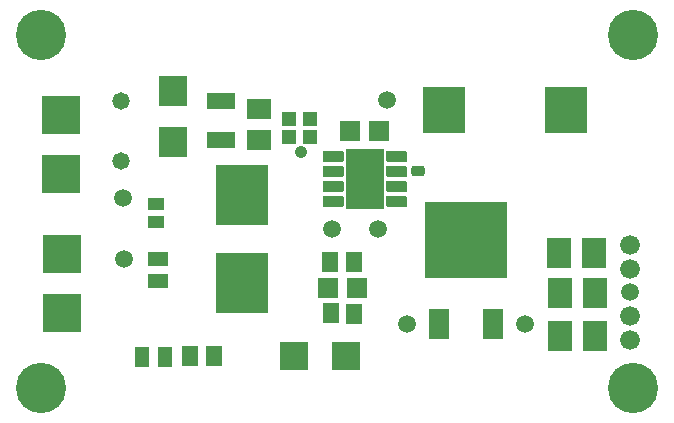
<source format=gts>
G04 DesignSpark PCB Gerber Version 12.0 Build 5942*
%FSLAX35Y35*%
%MOMM*%
%ADD128R,1.15400X1.65400*%
%ADD113R,1.45400X1.77800*%
%ADD115R,1.77800X2.53400*%
%ADD112R,2.00400X2.50400*%
%ADD121R,2.40400X2.55400*%
%ADD119R,3.20400X5.15400*%
%ADD117R,3.60400X3.85400*%
%ADD123R,4.40400X5.08000*%
%ADD111R,3.25400X3.25400*%
%ADD86C,0.02540*%
%ADD109C,1.05400*%
%ADD107C,1.06680*%
%ADD122C,1.47100*%
%ADD126C,1.49400*%
%ADD105C,1.67640*%
%ADD108C,1.77800*%
%ADD118R,1.80400X0.85400*%
%ADD130R,1.45400X1.10400*%
%ADD125R,1.23400X1.17400*%
%ADD127R,1.67400X1.25400*%
%ADD120R,2.45400X1.35400*%
%ADD114R,1.72720X1.67640*%
%ADD124R,2.07400X1.69400*%
%ADD129R,2.45400X2.40400*%
%AMT106*0 Rounded Rectangle Pad at angle 90*4,1,36,0.55200,-0.26440,0.55200,0.26440,0.54860,0.29850,0.53870,0.33120,0.52260,0.36140,0.50090,0.38790,0.47440,0.40960,0.44420,0.42570,0.41140,0.43560,0.37740,0.43900,-0.37740,0.43900,-0.41150,0.43560,-0.44420,0.42570,-0.47440,0.40960,-0.50090,0.38790,-0.52260,0.36140,-0.53870,0.33120,-0.54860,0.29840,-0.55200,0.26440,-0.55200,-0.26440,-0.54860,-0.29850,-0.53870,-0.33120,-0.52260,-0.36140,-0.50090,-0.38790,-0.47440,-0.40960,-0.44420,-0.42570,-0.41140,-0.43560,-0.37740,-0.43900,0.37740,-0.43900,0.41150,-0.43560,0.44420,-0.42570,0.47440,-0.40960,0.50090,-0.38790,0.52260,-0.36140,0.53870,-0.33120,0.54860,-0.29840,0.55200,-0.26440,0*%
%ADD106T106*%
%ADD110C,4.25400*%
%ADD116R,6.99400X6.48400*%
X0Y0D02*
D02*
D86*
X45738000Y45767500D02*
X45578000D01*
X45577700Y45767600D01*
X45577500D01*
X45577200Y45767700D01*
X45577000D01*
X45576700Y45767800D01*
X45576500Y45767900D01*
X45576200Y45768000D01*
X45576000Y45768200D01*
X45575800Y45768300D01*
X45575600Y45768500D01*
X45575400Y45768600D01*
X45574600Y45769400D01*
X45574500Y45769600D01*
X45574300Y45769800D01*
X45574200Y45770000D01*
X45574000Y45770200D01*
X45573900Y45770500D01*
X45573800Y45770700D01*
X45573700Y45771000D01*
Y45771200D01*
X45573600Y45771500D01*
Y45771700D01*
X45573500Y45772000D01*
Y45837000D01*
X45573600Y45837300D01*
Y45837500D01*
X45573700Y45837800D01*
Y45838000D01*
X45573800Y45838300D01*
X45573900Y45838500D01*
X45574000Y45838800D01*
X45574200Y45839000D01*
X45574300Y45839200D01*
X45574500Y45839400D01*
X45574600Y45839600D01*
X45575400Y45840400D01*
X45575600Y45840500D01*
X45575800Y45840700D01*
X45576000Y45840800D01*
X45576200Y45841000D01*
X45576500Y45841100D01*
X45576700Y45841200D01*
X45577000Y45841300D01*
X45577200D01*
X45577500Y45841400D01*
X45577700D01*
X45578000Y45841500D01*
X45738000D01*
X45738300Y45841400D01*
X45738500D01*
X45738800Y45841300D01*
X45739000D01*
X45739300Y45841200D01*
X45739500Y45841100D01*
X45739800Y45841000D01*
X45740000Y45840800D01*
X45740200Y45840700D01*
X45740400Y45840500D01*
X45740600Y45840400D01*
X45741400Y45839600D01*
X45741500Y45839400D01*
X45741700Y45839200D01*
X45741800Y45839000D01*
X45742000Y45838800D01*
X45742100Y45838500D01*
X45742200Y45838300D01*
X45742300Y45838000D01*
Y45837800D01*
X45742400Y45837500D01*
Y45837300D01*
X45742500Y45837000D01*
Y45772000D01*
X45742400Y45771700D01*
Y45771500D01*
X45742300Y45771200D01*
Y45771000D01*
X45742200Y45770700D01*
X45742100Y45770500D01*
X45742000Y45770200D01*
X45741800Y45770000D01*
X45741700Y45769800D01*
X45741500Y45769600D01*
X45741400Y45769400D01*
X45740600Y45768600D01*
X45740400Y45768500D01*
X45740200Y45768300D01*
X45740000Y45768200D01*
X45739800Y45768000D01*
X45739500Y45767900D01*
X45739300Y45767800D01*
X45739000Y45767700D01*
X45738800D01*
X45738500Y45767600D01*
X45738300D01*
X45738000Y45767500D01*
G36*
X45738000Y45767500D02*
X45578000D01*
X45577700Y45767600D01*
X45577500D01*
X45577200Y45767700D01*
X45577000D01*
X45576700Y45767800D01*
X45576500Y45767900D01*
X45576200Y45768000D01*
X45576000Y45768200D01*
X45575800Y45768300D01*
X45575600Y45768500D01*
X45575400Y45768600D01*
X45574600Y45769400D01*
X45574500Y45769600D01*
X45574300Y45769800D01*
X45574200Y45770000D01*
X45574000Y45770200D01*
X45573900Y45770500D01*
X45573800Y45770700D01*
X45573700Y45771000D01*
Y45771200D01*
X45573600Y45771500D01*
Y45771700D01*
X45573500Y45772000D01*
Y45837000D01*
X45573600Y45837300D01*
Y45837500D01*
X45573700Y45837800D01*
Y45838000D01*
X45573800Y45838300D01*
X45573900Y45838500D01*
X45574000Y45838800D01*
X45574200Y45839000D01*
X45574300Y45839200D01*
X45574500Y45839400D01*
X45574600Y45839600D01*
X45575400Y45840400D01*
X45575600Y45840500D01*
X45575800Y45840700D01*
X45576000Y45840800D01*
X45576200Y45841000D01*
X45576500Y45841100D01*
X45576700Y45841200D01*
X45577000Y45841300D01*
X45577200D01*
X45577500Y45841400D01*
X45577700D01*
X45578000Y45841500D01*
X45738000D01*
X45738300Y45841400D01*
X45738500D01*
X45738800Y45841300D01*
X45739000D01*
X45739300Y45841200D01*
X45739500Y45841100D01*
X45739800Y45841000D01*
X45740000Y45840800D01*
X45740200Y45840700D01*
X45740400Y45840500D01*
X45740600Y45840400D01*
X45741400Y45839600D01*
X45741500Y45839400D01*
X45741700Y45839200D01*
X45741800Y45839000D01*
X45742000Y45838800D01*
X45742100Y45838500D01*
X45742200Y45838300D01*
X45742300Y45838000D01*
Y45837800D01*
X45742400Y45837500D01*
Y45837300D01*
X45742500Y45837000D01*
Y45772000D01*
X45742400Y45771700D01*
Y45771500D01*
X45742300Y45771200D01*
Y45771000D01*
X45742200Y45770700D01*
X45742100Y45770500D01*
X45742000Y45770200D01*
X45741800Y45770000D01*
X45741700Y45769800D01*
X45741500Y45769600D01*
X45741400Y45769400D01*
X45740600Y45768600D01*
X45740400Y45768500D01*
X45740200Y45768300D01*
X45740000Y45768200D01*
X45739800Y45768000D01*
X45739500Y45767900D01*
X45739300Y45767800D01*
X45739000Y45767700D01*
X45738800D01*
X45738500Y45767600D01*
X45738300D01*
X45738000Y45767500D01*
G37*
Y45894500D02*
X45578000D01*
X45577700Y45894600D01*
X45577500D01*
X45577200Y45894700D01*
X45577000D01*
X45576700Y45894800D01*
X45576500Y45894900D01*
X45576200Y45895000D01*
X45576000Y45895200D01*
X45575800Y45895300D01*
X45575600Y45895500D01*
X45575400Y45895600D01*
X45574600Y45896400D01*
X45574500Y45896600D01*
X45574300Y45896800D01*
X45574200Y45897000D01*
X45574000Y45897200D01*
X45573900Y45897500D01*
X45573800Y45897700D01*
X45573700Y45898000D01*
Y45898200D01*
X45573600Y45898500D01*
Y45898700D01*
X45573500Y45899000D01*
Y45964000D01*
X45573600Y45964300D01*
Y45964500D01*
X45573700Y45964800D01*
Y45965000D01*
X45573800Y45965300D01*
X45573900Y45965500D01*
X45574000Y45965800D01*
X45574200Y45966000D01*
X45574300Y45966200D01*
X45574500Y45966400D01*
X45574600Y45966600D01*
X45575400Y45967400D01*
X45575600Y45967500D01*
X45575800Y45967700D01*
X45576000Y45967800D01*
X45576200Y45968000D01*
X45576500Y45968100D01*
X45576700Y45968200D01*
X45577000Y45968300D01*
X45577200D01*
X45577500Y45968400D01*
X45577700D01*
X45578000Y45968500D01*
X45738000D01*
X45738300Y45968400D01*
X45738500D01*
X45738800Y45968300D01*
X45739000D01*
X45739300Y45968200D01*
X45739500Y45968100D01*
X45739800Y45968000D01*
X45740000Y45967800D01*
X45740200Y45967700D01*
X45740400Y45967500D01*
X45740600Y45967400D01*
X45741400Y45966600D01*
X45741500Y45966400D01*
X45741700Y45966200D01*
X45741800Y45966000D01*
X45742000Y45965800D01*
X45742100Y45965500D01*
X45742200Y45965300D01*
X45742300Y45965000D01*
Y45964800D01*
X45742400Y45964500D01*
Y45964300D01*
X45742500Y45964000D01*
Y45899000D01*
X45742400Y45898700D01*
Y45898500D01*
X45742300Y45898200D01*
Y45898000D01*
X45742200Y45897700D01*
X45742100Y45897500D01*
X45742000Y45897200D01*
X45741800Y45897000D01*
X45741700Y45896800D01*
X45741500Y45896600D01*
X45741400Y45896400D01*
X45740600Y45895600D01*
X45740400Y45895500D01*
X45740200Y45895300D01*
X45740000Y45895200D01*
X45739800Y45895000D01*
X45739500Y45894900D01*
X45739300Y45894800D01*
X45739000Y45894700D01*
X45738800D01*
X45738500Y45894600D01*
X45738300D01*
X45738000Y45894500D01*
G36*
X45738000Y45894500D02*
X45578000D01*
X45577700Y45894600D01*
X45577500D01*
X45577200Y45894700D01*
X45577000D01*
X45576700Y45894800D01*
X45576500Y45894900D01*
X45576200Y45895000D01*
X45576000Y45895200D01*
X45575800Y45895300D01*
X45575600Y45895500D01*
X45575400Y45895600D01*
X45574600Y45896400D01*
X45574500Y45896600D01*
X45574300Y45896800D01*
X45574200Y45897000D01*
X45574000Y45897200D01*
X45573900Y45897500D01*
X45573800Y45897700D01*
X45573700Y45898000D01*
Y45898200D01*
X45573600Y45898500D01*
Y45898700D01*
X45573500Y45899000D01*
Y45964000D01*
X45573600Y45964300D01*
Y45964500D01*
X45573700Y45964800D01*
Y45965000D01*
X45573800Y45965300D01*
X45573900Y45965500D01*
X45574000Y45965800D01*
X45574200Y45966000D01*
X45574300Y45966200D01*
X45574500Y45966400D01*
X45574600Y45966600D01*
X45575400Y45967400D01*
X45575600Y45967500D01*
X45575800Y45967700D01*
X45576000Y45967800D01*
X45576200Y45968000D01*
X45576500Y45968100D01*
X45576700Y45968200D01*
X45577000Y45968300D01*
X45577200D01*
X45577500Y45968400D01*
X45577700D01*
X45578000Y45968500D01*
X45738000D01*
X45738300Y45968400D01*
X45738500D01*
X45738800Y45968300D01*
X45739000D01*
X45739300Y45968200D01*
X45739500Y45968100D01*
X45739800Y45968000D01*
X45740000Y45967800D01*
X45740200Y45967700D01*
X45740400Y45967500D01*
X45740600Y45967400D01*
X45741400Y45966600D01*
X45741500Y45966400D01*
X45741700Y45966200D01*
X45741800Y45966000D01*
X45742000Y45965800D01*
X45742100Y45965500D01*
X45742200Y45965300D01*
X45742300Y45965000D01*
Y45964800D01*
X45742400Y45964500D01*
Y45964300D01*
X45742500Y45964000D01*
Y45899000D01*
X45742400Y45898700D01*
Y45898500D01*
X45742300Y45898200D01*
Y45898000D01*
X45742200Y45897700D01*
X45742100Y45897500D01*
X45742000Y45897200D01*
X45741800Y45897000D01*
X45741700Y45896800D01*
X45741500Y45896600D01*
X45741400Y45896400D01*
X45740600Y45895600D01*
X45740400Y45895500D01*
X45740200Y45895300D01*
X45740000Y45895200D01*
X45739800Y45895000D01*
X45739500Y45894900D01*
X45739300Y45894800D01*
X45739000Y45894700D01*
X45738800D01*
X45738500Y45894600D01*
X45738300D01*
X45738000Y45894500D01*
G37*
Y46021500D02*
X45578000D01*
X45577700Y46021600D01*
X45577500D01*
X45577200Y46021700D01*
X45577000D01*
X45576700Y46021800D01*
X45576500Y46021900D01*
X45576200Y46022000D01*
X45576000Y46022200D01*
X45575800Y46022300D01*
X45575600Y46022500D01*
X45575400Y46022600D01*
X45574600Y46023400D01*
X45574500Y46023600D01*
X45574300Y46023800D01*
X45574200Y46024000D01*
X45574000Y46024200D01*
X45573900Y46024500D01*
X45573800Y46024700D01*
X45573700Y46025000D01*
Y46025200D01*
X45573600Y46025500D01*
Y46025700D01*
X45573500Y46026000D01*
Y46091000D01*
X45573600Y46091300D01*
Y46091500D01*
X45573700Y46091800D01*
Y46092000D01*
X45573800Y46092300D01*
X45573900Y46092500D01*
X45574000Y46092800D01*
X45574200Y46093000D01*
X45574300Y46093200D01*
X45574500Y46093400D01*
X45574600Y46093600D01*
X45575400Y46094400D01*
X45575600Y46094500D01*
X45575800Y46094700D01*
X45576000Y46094800D01*
X45576200Y46095000D01*
X45576500Y46095100D01*
X45576700Y46095200D01*
X45577000Y46095300D01*
X45577200D01*
X45577500Y46095400D01*
X45577700D01*
X45578000Y46095500D01*
X45738000D01*
X45738300Y46095400D01*
X45738500D01*
X45738800Y46095300D01*
X45739000D01*
X45739300Y46095200D01*
X45739500Y46095100D01*
X45739800Y46095000D01*
X45740000Y46094800D01*
X45740200Y46094700D01*
X45740400Y46094500D01*
X45740600Y46094400D01*
X45741400Y46093600D01*
X45741500Y46093400D01*
X45741700Y46093200D01*
X45741800Y46093000D01*
X45742000Y46092800D01*
X45742100Y46092500D01*
X45742200Y46092300D01*
X45742300Y46092000D01*
Y46091800D01*
X45742400Y46091500D01*
Y46091300D01*
X45742500Y46091000D01*
Y46026000D01*
X45742400Y46025700D01*
Y46025500D01*
X45742300Y46025200D01*
Y46025000D01*
X45742200Y46024700D01*
X45742100Y46024500D01*
X45742000Y46024200D01*
X45741800Y46024000D01*
X45741700Y46023800D01*
X45741500Y46023600D01*
X45741400Y46023400D01*
X45740600Y46022600D01*
X45740400Y46022500D01*
X45740200Y46022300D01*
X45740000Y46022200D01*
X45739800Y46022000D01*
X45739500Y46021900D01*
X45739300Y46021800D01*
X45739000Y46021700D01*
X45738800D01*
X45738500Y46021600D01*
X45738300D01*
X45738000Y46021500D01*
G36*
X45738000Y46021500D02*
X45578000D01*
X45577700Y46021600D01*
X45577500D01*
X45577200Y46021700D01*
X45577000D01*
X45576700Y46021800D01*
X45576500Y46021900D01*
X45576200Y46022000D01*
X45576000Y46022200D01*
X45575800Y46022300D01*
X45575600Y46022500D01*
X45575400Y46022600D01*
X45574600Y46023400D01*
X45574500Y46023600D01*
X45574300Y46023800D01*
X45574200Y46024000D01*
X45574000Y46024200D01*
X45573900Y46024500D01*
X45573800Y46024700D01*
X45573700Y46025000D01*
Y46025200D01*
X45573600Y46025500D01*
Y46025700D01*
X45573500Y46026000D01*
Y46091000D01*
X45573600Y46091300D01*
Y46091500D01*
X45573700Y46091800D01*
Y46092000D01*
X45573800Y46092300D01*
X45573900Y46092500D01*
X45574000Y46092800D01*
X45574200Y46093000D01*
X45574300Y46093200D01*
X45574500Y46093400D01*
X45574600Y46093600D01*
X45575400Y46094400D01*
X45575600Y46094500D01*
X45575800Y46094700D01*
X45576000Y46094800D01*
X45576200Y46095000D01*
X45576500Y46095100D01*
X45576700Y46095200D01*
X45577000Y46095300D01*
X45577200D01*
X45577500Y46095400D01*
X45577700D01*
X45578000Y46095500D01*
X45738000D01*
X45738300Y46095400D01*
X45738500D01*
X45738800Y46095300D01*
X45739000D01*
X45739300Y46095200D01*
X45739500Y46095100D01*
X45739800Y46095000D01*
X45740000Y46094800D01*
X45740200Y46094700D01*
X45740400Y46094500D01*
X45740600Y46094400D01*
X45741400Y46093600D01*
X45741500Y46093400D01*
X45741700Y46093200D01*
X45741800Y46093000D01*
X45742000Y46092800D01*
X45742100Y46092500D01*
X45742200Y46092300D01*
X45742300Y46092000D01*
Y46091800D01*
X45742400Y46091500D01*
Y46091300D01*
X45742500Y46091000D01*
Y46026000D01*
X45742400Y46025700D01*
Y46025500D01*
X45742300Y46025200D01*
Y46025000D01*
X45742200Y46024700D01*
X45742100Y46024500D01*
X45742000Y46024200D01*
X45741800Y46024000D01*
X45741700Y46023800D01*
X45741500Y46023600D01*
X45741400Y46023400D01*
X45740600Y46022600D01*
X45740400Y46022500D01*
X45740200Y46022300D01*
X45740000Y46022200D01*
X45739800Y46022000D01*
X45739500Y46021900D01*
X45739300Y46021800D01*
X45739000Y46021700D01*
X45738800D01*
X45738500Y46021600D01*
X45738300D01*
X45738000Y46021500D01*
G37*
Y46148500D02*
X45578000D01*
X45577700Y46148600D01*
X45577500D01*
X45577200Y46148700D01*
X45577000D01*
X45576700Y46148800D01*
X45576500Y46148900D01*
X45576200Y46149000D01*
X45576000Y46149200D01*
X45575800Y46149300D01*
X45575600Y46149500D01*
X45575400Y46149600D01*
X45574600Y46150400D01*
X45574500Y46150600D01*
X45574300Y46150800D01*
X45574200Y46151000D01*
X45574000Y46151200D01*
X45573900Y46151500D01*
X45573800Y46151700D01*
X45573700Y46152000D01*
Y46152200D01*
X45573600Y46152500D01*
Y46152700D01*
X45573500Y46153000D01*
Y46218000D01*
X45573600Y46218300D01*
Y46218500D01*
X45573700Y46218800D01*
Y46219000D01*
X45573800Y46219300D01*
X45573900Y46219500D01*
X45574000Y46219800D01*
X45574200Y46220000D01*
X45574300Y46220200D01*
X45574500Y46220400D01*
X45574600Y46220600D01*
X45575400Y46221400D01*
X45575600Y46221500D01*
X45575800Y46221700D01*
X45576000Y46221800D01*
X45576200Y46222000D01*
X45576500Y46222100D01*
X45576700Y46222200D01*
X45577000Y46222300D01*
X45577200D01*
X45577500Y46222400D01*
X45577700D01*
X45578000Y46222500D01*
X45738000D01*
X45738300Y46222400D01*
X45738500D01*
X45738800Y46222300D01*
X45739000D01*
X45739300Y46222200D01*
X45739500Y46222100D01*
X45739800Y46222000D01*
X45740000Y46221800D01*
X45740200Y46221700D01*
X45740400Y46221500D01*
X45740600Y46221400D01*
X45741400Y46220600D01*
X45741500Y46220400D01*
X45741700Y46220200D01*
X45741800Y46220000D01*
X45742000Y46219800D01*
X45742100Y46219500D01*
X45742200Y46219300D01*
X45742300Y46219000D01*
Y46218800D01*
X45742400Y46218500D01*
Y46218300D01*
X45742500Y46218000D01*
Y46153000D01*
X45742400Y46152700D01*
Y46152500D01*
X45742300Y46152200D01*
Y46152000D01*
X45742200Y46151700D01*
X45742100Y46151500D01*
X45742000Y46151200D01*
X45741800Y46151000D01*
X45741700Y46150800D01*
X45741500Y46150600D01*
X45741400Y46150400D01*
X45740600Y46149600D01*
X45740400Y46149500D01*
X45740200Y46149300D01*
X45740000Y46149200D01*
X45739800Y46149000D01*
X45739500Y46148900D01*
X45739300Y46148800D01*
X45739000Y46148700D01*
X45738800D01*
X45738500Y46148600D01*
X45738300D01*
X45738000Y46148500D01*
G36*
X45738000Y46148500D02*
X45578000D01*
X45577700Y46148600D01*
X45577500D01*
X45577200Y46148700D01*
X45577000D01*
X45576700Y46148800D01*
X45576500Y46148900D01*
X45576200Y46149000D01*
X45576000Y46149200D01*
X45575800Y46149300D01*
X45575600Y46149500D01*
X45575400Y46149600D01*
X45574600Y46150400D01*
X45574500Y46150600D01*
X45574300Y46150800D01*
X45574200Y46151000D01*
X45574000Y46151200D01*
X45573900Y46151500D01*
X45573800Y46151700D01*
X45573700Y46152000D01*
Y46152200D01*
X45573600Y46152500D01*
Y46152700D01*
X45573500Y46153000D01*
Y46218000D01*
X45573600Y46218300D01*
Y46218500D01*
X45573700Y46218800D01*
Y46219000D01*
X45573800Y46219300D01*
X45573900Y46219500D01*
X45574000Y46219800D01*
X45574200Y46220000D01*
X45574300Y46220200D01*
X45574500Y46220400D01*
X45574600Y46220600D01*
X45575400Y46221400D01*
X45575600Y46221500D01*
X45575800Y46221700D01*
X45576000Y46221800D01*
X45576200Y46222000D01*
X45576500Y46222100D01*
X45576700Y46222200D01*
X45577000Y46222300D01*
X45577200D01*
X45577500Y46222400D01*
X45577700D01*
X45578000Y46222500D01*
X45738000D01*
X45738300Y46222400D01*
X45738500D01*
X45738800Y46222300D01*
X45739000D01*
X45739300Y46222200D01*
X45739500Y46222100D01*
X45739800Y46222000D01*
X45740000Y46221800D01*
X45740200Y46221700D01*
X45740400Y46221500D01*
X45740600Y46221400D01*
X45741400Y46220600D01*
X45741500Y46220400D01*
X45741700Y46220200D01*
X45741800Y46220000D01*
X45742000Y46219800D01*
X45742100Y46219500D01*
X45742200Y46219300D01*
X45742300Y46219000D01*
Y46218800D01*
X45742400Y46218500D01*
Y46218300D01*
X45742500Y46218000D01*
Y46153000D01*
X45742400Y46152700D01*
Y46152500D01*
X45742300Y46152200D01*
Y46152000D01*
X45742200Y46151700D01*
X45742100Y46151500D01*
X45742000Y46151200D01*
X45741800Y46151000D01*
X45741700Y46150800D01*
X45741500Y46150600D01*
X45741400Y46150400D01*
X45740600Y46149600D01*
X45740400Y46149500D01*
X45740200Y46149300D01*
X45740000Y46149200D01*
X45739800Y46149000D01*
X45739500Y46148900D01*
X45739300Y46148800D01*
X45739000Y46148700D01*
X45738800D01*
X45738500Y46148600D01*
X45738300D01*
X45738000Y46148500D01*
G37*
X45798000Y46150000D02*
X46058000D01*
Y45840000D01*
X45798000D01*
Y46150000D01*
G36*
X45798000Y46150000D02*
X46058000D01*
Y45840000D01*
X45798000D01*
Y46150000D01*
G37*
X46278000Y45767500D02*
X46118000D01*
X46117700Y45767600D01*
X46117500D01*
X46117200Y45767700D01*
X46117000D01*
X46116700Y45767800D01*
X46116500Y45767900D01*
X46116200Y45768000D01*
X46116000Y45768200D01*
X46115800Y45768300D01*
X46115600Y45768500D01*
X46115400Y45768600D01*
X46114600Y45769400D01*
X46114500Y45769600D01*
X46114300Y45769800D01*
X46114200Y45770000D01*
X46114000Y45770200D01*
X46113900Y45770500D01*
X46113800Y45770700D01*
X46113700Y45771000D01*
Y45771200D01*
X46113600Y45771500D01*
Y45771700D01*
X46113500Y45772000D01*
Y45837000D01*
X46113600Y45837300D01*
Y45837500D01*
X46113700Y45837800D01*
Y45838000D01*
X46113800Y45838300D01*
X46113900Y45838500D01*
X46114000Y45838800D01*
X46114200Y45839000D01*
X46114300Y45839200D01*
X46114500Y45839400D01*
X46114600Y45839600D01*
X46115400Y45840400D01*
X46115600Y45840500D01*
X46115800Y45840700D01*
X46116000Y45840800D01*
X46116200Y45841000D01*
X46116500Y45841100D01*
X46116700Y45841200D01*
X46117000Y45841300D01*
X46117200D01*
X46117500Y45841400D01*
X46117700D01*
X46118000Y45841500D01*
X46278000D01*
X46278300Y45841400D01*
X46278500D01*
X46278800Y45841300D01*
X46279000D01*
X46279300Y45841200D01*
X46279500Y45841100D01*
X46279800Y45841000D01*
X46280000Y45840800D01*
X46280200Y45840700D01*
X46280400Y45840500D01*
X46280600Y45840400D01*
X46281400Y45839600D01*
X46281500Y45839400D01*
X46281700Y45839200D01*
X46281800Y45839000D01*
X46282000Y45838800D01*
X46282100Y45838500D01*
X46282200Y45838300D01*
X46282300Y45838000D01*
Y45837800D01*
X46282400Y45837500D01*
Y45837300D01*
X46282500Y45837000D01*
Y45772000D01*
X46282400Y45771700D01*
Y45771500D01*
X46282300Y45771200D01*
Y45771000D01*
X46282200Y45770700D01*
X46282100Y45770500D01*
X46282000Y45770200D01*
X46281800Y45770000D01*
X46281700Y45769800D01*
X46281500Y45769600D01*
X46281400Y45769400D01*
X46280600Y45768600D01*
X46280400Y45768500D01*
X46280200Y45768300D01*
X46280000Y45768200D01*
X46279800Y45768000D01*
X46279500Y45767900D01*
X46279300Y45767800D01*
X46279000Y45767700D01*
X46278800D01*
X46278500Y45767600D01*
X46278300D01*
X46278000Y45767500D01*
G36*
X46278000Y45767500D02*
X46118000D01*
X46117700Y45767600D01*
X46117500D01*
X46117200Y45767700D01*
X46117000D01*
X46116700Y45767800D01*
X46116500Y45767900D01*
X46116200Y45768000D01*
X46116000Y45768200D01*
X46115800Y45768300D01*
X46115600Y45768500D01*
X46115400Y45768600D01*
X46114600Y45769400D01*
X46114500Y45769600D01*
X46114300Y45769800D01*
X46114200Y45770000D01*
X46114000Y45770200D01*
X46113900Y45770500D01*
X46113800Y45770700D01*
X46113700Y45771000D01*
Y45771200D01*
X46113600Y45771500D01*
Y45771700D01*
X46113500Y45772000D01*
Y45837000D01*
X46113600Y45837300D01*
Y45837500D01*
X46113700Y45837800D01*
Y45838000D01*
X46113800Y45838300D01*
X46113900Y45838500D01*
X46114000Y45838800D01*
X46114200Y45839000D01*
X46114300Y45839200D01*
X46114500Y45839400D01*
X46114600Y45839600D01*
X46115400Y45840400D01*
X46115600Y45840500D01*
X46115800Y45840700D01*
X46116000Y45840800D01*
X46116200Y45841000D01*
X46116500Y45841100D01*
X46116700Y45841200D01*
X46117000Y45841300D01*
X46117200D01*
X46117500Y45841400D01*
X46117700D01*
X46118000Y45841500D01*
X46278000D01*
X46278300Y45841400D01*
X46278500D01*
X46278800Y45841300D01*
X46279000D01*
X46279300Y45841200D01*
X46279500Y45841100D01*
X46279800Y45841000D01*
X46280000Y45840800D01*
X46280200Y45840700D01*
X46280400Y45840500D01*
X46280600Y45840400D01*
X46281400Y45839600D01*
X46281500Y45839400D01*
X46281700Y45839200D01*
X46281800Y45839000D01*
X46282000Y45838800D01*
X46282100Y45838500D01*
X46282200Y45838300D01*
X46282300Y45838000D01*
Y45837800D01*
X46282400Y45837500D01*
Y45837300D01*
X46282500Y45837000D01*
Y45772000D01*
X46282400Y45771700D01*
Y45771500D01*
X46282300Y45771200D01*
Y45771000D01*
X46282200Y45770700D01*
X46282100Y45770500D01*
X46282000Y45770200D01*
X46281800Y45770000D01*
X46281700Y45769800D01*
X46281500Y45769600D01*
X46281400Y45769400D01*
X46280600Y45768600D01*
X46280400Y45768500D01*
X46280200Y45768300D01*
X46280000Y45768200D01*
X46279800Y45768000D01*
X46279500Y45767900D01*
X46279300Y45767800D01*
X46279000Y45767700D01*
X46278800D01*
X46278500Y45767600D01*
X46278300D01*
X46278000Y45767500D01*
G37*
Y45894500D02*
X46118000D01*
X46117700Y45894600D01*
X46117500D01*
X46117200Y45894700D01*
X46117000D01*
X46116700Y45894800D01*
X46116500Y45894900D01*
X46116200Y45895000D01*
X46116000Y45895200D01*
X46115800Y45895300D01*
X46115600Y45895500D01*
X46115400Y45895600D01*
X46114600Y45896400D01*
X46114500Y45896600D01*
X46114300Y45896800D01*
X46114200Y45897000D01*
X46114000Y45897200D01*
X46113900Y45897500D01*
X46113800Y45897700D01*
X46113700Y45898000D01*
Y45898200D01*
X46113600Y45898500D01*
Y45898700D01*
X46113500Y45899000D01*
Y45964000D01*
X46113600Y45964300D01*
Y45964500D01*
X46113700Y45964800D01*
Y45965000D01*
X46113800Y45965300D01*
X46113900Y45965500D01*
X46114000Y45965800D01*
X46114200Y45966000D01*
X46114300Y45966200D01*
X46114500Y45966400D01*
X46114600Y45966600D01*
X46115400Y45967400D01*
X46115600Y45967500D01*
X46115800Y45967700D01*
X46116000Y45967800D01*
X46116200Y45968000D01*
X46116500Y45968100D01*
X46116700Y45968200D01*
X46117000Y45968300D01*
X46117200D01*
X46117500Y45968400D01*
X46117700D01*
X46118000Y45968500D01*
X46278000D01*
X46278300Y45968400D01*
X46278500D01*
X46278800Y45968300D01*
X46279000D01*
X46279300Y45968200D01*
X46279500Y45968100D01*
X46279800Y45968000D01*
X46280000Y45967800D01*
X46280200Y45967700D01*
X46280400Y45967500D01*
X46280600Y45967400D01*
X46281400Y45966600D01*
X46281500Y45966400D01*
X46281700Y45966200D01*
X46281800Y45966000D01*
X46282000Y45965800D01*
X46282100Y45965500D01*
X46282200Y45965300D01*
X46282300Y45965000D01*
Y45964800D01*
X46282400Y45964500D01*
Y45964300D01*
X46282500Y45964000D01*
Y45899000D01*
X46282400Y45898700D01*
Y45898500D01*
X46282300Y45898200D01*
Y45898000D01*
X46282200Y45897700D01*
X46282100Y45897500D01*
X46282000Y45897200D01*
X46281800Y45897000D01*
X46281700Y45896800D01*
X46281500Y45896600D01*
X46281400Y45896400D01*
X46280600Y45895600D01*
X46280400Y45895500D01*
X46280200Y45895300D01*
X46280000Y45895200D01*
X46279800Y45895000D01*
X46279500Y45894900D01*
X46279300Y45894800D01*
X46279000Y45894700D01*
X46278800D01*
X46278500Y45894600D01*
X46278300D01*
X46278000Y45894500D01*
G36*
X46278000Y45894500D02*
X46118000D01*
X46117700Y45894600D01*
X46117500D01*
X46117200Y45894700D01*
X46117000D01*
X46116700Y45894800D01*
X46116500Y45894900D01*
X46116200Y45895000D01*
X46116000Y45895200D01*
X46115800Y45895300D01*
X46115600Y45895500D01*
X46115400Y45895600D01*
X46114600Y45896400D01*
X46114500Y45896600D01*
X46114300Y45896800D01*
X46114200Y45897000D01*
X46114000Y45897200D01*
X46113900Y45897500D01*
X46113800Y45897700D01*
X46113700Y45898000D01*
Y45898200D01*
X46113600Y45898500D01*
Y45898700D01*
X46113500Y45899000D01*
Y45964000D01*
X46113600Y45964300D01*
Y45964500D01*
X46113700Y45964800D01*
Y45965000D01*
X46113800Y45965300D01*
X46113900Y45965500D01*
X46114000Y45965800D01*
X46114200Y45966000D01*
X46114300Y45966200D01*
X46114500Y45966400D01*
X46114600Y45966600D01*
X46115400Y45967400D01*
X46115600Y45967500D01*
X46115800Y45967700D01*
X46116000Y45967800D01*
X46116200Y45968000D01*
X46116500Y45968100D01*
X46116700Y45968200D01*
X46117000Y45968300D01*
X46117200D01*
X46117500Y45968400D01*
X46117700D01*
X46118000Y45968500D01*
X46278000D01*
X46278300Y45968400D01*
X46278500D01*
X46278800Y45968300D01*
X46279000D01*
X46279300Y45968200D01*
X46279500Y45968100D01*
X46279800Y45968000D01*
X46280000Y45967800D01*
X46280200Y45967700D01*
X46280400Y45967500D01*
X46280600Y45967400D01*
X46281400Y45966600D01*
X46281500Y45966400D01*
X46281700Y45966200D01*
X46281800Y45966000D01*
X46282000Y45965800D01*
X46282100Y45965500D01*
X46282200Y45965300D01*
X46282300Y45965000D01*
Y45964800D01*
X46282400Y45964500D01*
Y45964300D01*
X46282500Y45964000D01*
Y45899000D01*
X46282400Y45898700D01*
Y45898500D01*
X46282300Y45898200D01*
Y45898000D01*
X46282200Y45897700D01*
X46282100Y45897500D01*
X46282000Y45897200D01*
X46281800Y45897000D01*
X46281700Y45896800D01*
X46281500Y45896600D01*
X46281400Y45896400D01*
X46280600Y45895600D01*
X46280400Y45895500D01*
X46280200Y45895300D01*
X46280000Y45895200D01*
X46279800Y45895000D01*
X46279500Y45894900D01*
X46279300Y45894800D01*
X46279000Y45894700D01*
X46278800D01*
X46278500Y45894600D01*
X46278300D01*
X46278000Y45894500D01*
G37*
Y46021500D02*
X46118000D01*
X46117700Y46021600D01*
X46117500D01*
X46117200Y46021700D01*
X46117000D01*
X46116700Y46021800D01*
X46116500Y46021900D01*
X46116200Y46022000D01*
X46116000Y46022200D01*
X46115800Y46022300D01*
X46115600Y46022500D01*
X46115400Y46022600D01*
X46114600Y46023400D01*
X46114500Y46023600D01*
X46114300Y46023800D01*
X46114200Y46024000D01*
X46114000Y46024200D01*
X46113900Y46024500D01*
X46113800Y46024700D01*
X46113700Y46025000D01*
Y46025200D01*
X46113600Y46025500D01*
Y46025700D01*
X46113500Y46026000D01*
Y46091000D01*
X46113600Y46091300D01*
Y46091500D01*
X46113700Y46091800D01*
Y46092000D01*
X46113800Y46092300D01*
X46113900Y46092500D01*
X46114000Y46092800D01*
X46114200Y46093000D01*
X46114300Y46093200D01*
X46114500Y46093400D01*
X46114600Y46093600D01*
X46115400Y46094400D01*
X46115600Y46094500D01*
X46115800Y46094700D01*
X46116000Y46094800D01*
X46116200Y46095000D01*
X46116500Y46095100D01*
X46116700Y46095200D01*
X46117000Y46095300D01*
X46117200D01*
X46117500Y46095400D01*
X46117700D01*
X46118000Y46095500D01*
X46278000D01*
X46278300Y46095400D01*
X46278500D01*
X46278800Y46095300D01*
X46279000D01*
X46279300Y46095200D01*
X46279500Y46095100D01*
X46279800Y46095000D01*
X46280000Y46094800D01*
X46280200Y46094700D01*
X46280400Y46094500D01*
X46280600Y46094400D01*
X46281400Y46093600D01*
X46281500Y46093400D01*
X46281700Y46093200D01*
X46281800Y46093000D01*
X46282000Y46092800D01*
X46282100Y46092500D01*
X46282200Y46092300D01*
X46282300Y46092000D01*
Y46091800D01*
X46282400Y46091500D01*
Y46091300D01*
X46282500Y46091000D01*
Y46026000D01*
X46282400Y46025700D01*
Y46025500D01*
X46282300Y46025200D01*
Y46025000D01*
X46282200Y46024700D01*
X46282100Y46024500D01*
X46282000Y46024200D01*
X46281800Y46024000D01*
X46281700Y46023800D01*
X46281500Y46023600D01*
X46281400Y46023400D01*
X46280600Y46022600D01*
X46280400Y46022500D01*
X46280200Y46022300D01*
X46280000Y46022200D01*
X46279800Y46022000D01*
X46279500Y46021900D01*
X46279300Y46021800D01*
X46279000Y46021700D01*
X46278800D01*
X46278500Y46021600D01*
X46278300D01*
X46278000Y46021500D01*
G36*
X46278000Y46021500D02*
X46118000D01*
X46117700Y46021600D01*
X46117500D01*
X46117200Y46021700D01*
X46117000D01*
X46116700Y46021800D01*
X46116500Y46021900D01*
X46116200Y46022000D01*
X46116000Y46022200D01*
X46115800Y46022300D01*
X46115600Y46022500D01*
X46115400Y46022600D01*
X46114600Y46023400D01*
X46114500Y46023600D01*
X46114300Y46023800D01*
X46114200Y46024000D01*
X46114000Y46024200D01*
X46113900Y46024500D01*
X46113800Y46024700D01*
X46113700Y46025000D01*
Y46025200D01*
X46113600Y46025500D01*
Y46025700D01*
X46113500Y46026000D01*
Y46091000D01*
X46113600Y46091300D01*
Y46091500D01*
X46113700Y46091800D01*
Y46092000D01*
X46113800Y46092300D01*
X46113900Y46092500D01*
X46114000Y46092800D01*
X46114200Y46093000D01*
X46114300Y46093200D01*
X46114500Y46093400D01*
X46114600Y46093600D01*
X46115400Y46094400D01*
X46115600Y46094500D01*
X46115800Y46094700D01*
X46116000Y46094800D01*
X46116200Y46095000D01*
X46116500Y46095100D01*
X46116700Y46095200D01*
X46117000Y46095300D01*
X46117200D01*
X46117500Y46095400D01*
X46117700D01*
X46118000Y46095500D01*
X46278000D01*
X46278300Y46095400D01*
X46278500D01*
X46278800Y46095300D01*
X46279000D01*
X46279300Y46095200D01*
X46279500Y46095100D01*
X46279800Y46095000D01*
X46280000Y46094800D01*
X46280200Y46094700D01*
X46280400Y46094500D01*
X46280600Y46094400D01*
X46281400Y46093600D01*
X46281500Y46093400D01*
X46281700Y46093200D01*
X46281800Y46093000D01*
X46282000Y46092800D01*
X46282100Y46092500D01*
X46282200Y46092300D01*
X46282300Y46092000D01*
Y46091800D01*
X46282400Y46091500D01*
Y46091300D01*
X46282500Y46091000D01*
Y46026000D01*
X46282400Y46025700D01*
Y46025500D01*
X46282300Y46025200D01*
Y46025000D01*
X46282200Y46024700D01*
X46282100Y46024500D01*
X46282000Y46024200D01*
X46281800Y46024000D01*
X46281700Y46023800D01*
X46281500Y46023600D01*
X46281400Y46023400D01*
X46280600Y46022600D01*
X46280400Y46022500D01*
X46280200Y46022300D01*
X46280000Y46022200D01*
X46279800Y46022000D01*
X46279500Y46021900D01*
X46279300Y46021800D01*
X46279000Y46021700D01*
X46278800D01*
X46278500Y46021600D01*
X46278300D01*
X46278000Y46021500D01*
G37*
Y46148500D02*
X46118000D01*
X46117700Y46148600D01*
X46117500D01*
X46117200Y46148700D01*
X46117000D01*
X46116700Y46148800D01*
X46116500Y46148900D01*
X46116200Y46149000D01*
X46116000Y46149200D01*
X46115800Y46149300D01*
X46115600Y46149500D01*
X46115400Y46149600D01*
X46114600Y46150400D01*
X46114500Y46150600D01*
X46114300Y46150800D01*
X46114200Y46151000D01*
X46114000Y46151200D01*
X46113900Y46151500D01*
X46113800Y46151700D01*
X46113700Y46152000D01*
Y46152200D01*
X46113600Y46152500D01*
Y46152700D01*
X46113500Y46153000D01*
Y46218000D01*
X46113600Y46218300D01*
Y46218500D01*
X46113700Y46218800D01*
Y46219000D01*
X46113800Y46219300D01*
X46113900Y46219500D01*
X46114000Y46219800D01*
X46114200Y46220000D01*
X46114300Y46220200D01*
X46114500Y46220400D01*
X46114600Y46220600D01*
X46115400Y46221400D01*
X46115600Y46221500D01*
X46115800Y46221700D01*
X46116000Y46221800D01*
X46116200Y46222000D01*
X46116500Y46222100D01*
X46116700Y46222200D01*
X46117000Y46222300D01*
X46117200D01*
X46117500Y46222400D01*
X46117700D01*
X46118000Y46222500D01*
X46278000D01*
X46278300Y46222400D01*
X46278500D01*
X46278800Y46222300D01*
X46279000D01*
X46279300Y46222200D01*
X46279500Y46222100D01*
X46279800Y46222000D01*
X46280000Y46221800D01*
X46280200Y46221700D01*
X46280400Y46221500D01*
X46280600Y46221400D01*
X46281400Y46220600D01*
X46281500Y46220400D01*
X46281700Y46220200D01*
X46281800Y46220000D01*
X46282000Y46219800D01*
X46282100Y46219500D01*
X46282200Y46219300D01*
X46282300Y46219000D01*
Y46218800D01*
X46282400Y46218500D01*
Y46218300D01*
X46282500Y46218000D01*
Y46153000D01*
X46282400Y46152700D01*
Y46152500D01*
X46282300Y46152200D01*
Y46152000D01*
X46282200Y46151700D01*
X46282100Y46151500D01*
X46282000Y46151200D01*
X46281800Y46151000D01*
X46281700Y46150800D01*
X46281500Y46150600D01*
X46281400Y46150400D01*
X46280600Y46149600D01*
X46280400Y46149500D01*
X46280200Y46149300D01*
X46280000Y46149200D01*
X46279800Y46149000D01*
X46279500Y46148900D01*
X46279300Y46148800D01*
X46279000Y46148700D01*
X46278800D01*
X46278500Y46148600D01*
X46278300D01*
X46278000Y46148500D01*
G36*
X46278000Y46148500D02*
X46118000D01*
X46117700Y46148600D01*
X46117500D01*
X46117200Y46148700D01*
X46117000D01*
X46116700Y46148800D01*
X46116500Y46148900D01*
X46116200Y46149000D01*
X46116000Y46149200D01*
X46115800Y46149300D01*
X46115600Y46149500D01*
X46115400Y46149600D01*
X46114600Y46150400D01*
X46114500Y46150600D01*
X46114300Y46150800D01*
X46114200Y46151000D01*
X46114000Y46151200D01*
X46113900Y46151500D01*
X46113800Y46151700D01*
X46113700Y46152000D01*
Y46152200D01*
X46113600Y46152500D01*
Y46152700D01*
X46113500Y46153000D01*
Y46218000D01*
X46113600Y46218300D01*
Y46218500D01*
X46113700Y46218800D01*
Y46219000D01*
X46113800Y46219300D01*
X46113900Y46219500D01*
X46114000Y46219800D01*
X46114200Y46220000D01*
X46114300Y46220200D01*
X46114500Y46220400D01*
X46114600Y46220600D01*
X46115400Y46221400D01*
X46115600Y46221500D01*
X46115800Y46221700D01*
X46116000Y46221800D01*
X46116200Y46222000D01*
X46116500Y46222100D01*
X46116700Y46222200D01*
X46117000Y46222300D01*
X46117200D01*
X46117500Y46222400D01*
X46117700D01*
X46118000Y46222500D01*
X46278000D01*
X46278300Y46222400D01*
X46278500D01*
X46278800Y46222300D01*
X46279000D01*
X46279300Y46222200D01*
X46279500Y46222100D01*
X46279800Y46222000D01*
X46280000Y46221800D01*
X46280200Y46221700D01*
X46280400Y46221500D01*
X46280600Y46221400D01*
X46281400Y46220600D01*
X46281500Y46220400D01*
X46281700Y46220200D01*
X46281800Y46220000D01*
X46282000Y46219800D01*
X46282100Y46219500D01*
X46282200Y46219300D01*
X46282300Y46219000D01*
Y46218800D01*
X46282400Y46218500D01*
Y46218300D01*
X46282500Y46218000D01*
Y46153000D01*
X46282400Y46152700D01*
Y46152500D01*
X46282300Y46152200D01*
Y46152000D01*
X46282200Y46151700D01*
X46282100Y46151500D01*
X46282000Y46151200D01*
X46281800Y46151000D01*
X46281700Y46150800D01*
X46281500Y46150600D01*
X46281400Y46150400D01*
X46280600Y46149600D01*
X46280400Y46149500D01*
X46280200Y46149300D01*
X46280000Y46149200D01*
X46279800Y46149000D01*
X46279500Y46148900D01*
X46279300Y46148800D01*
X46279000Y46148700D01*
X46278800D01*
X46278500Y46148600D01*
X46278300D01*
X46278000Y46148500D01*
G37*
D02*
D105*
X45329540Y44493280D03*
X45769540D03*
X48179540Y44633280D03*
Y44833280D03*
Y45233280D03*
Y45433280D03*
D02*
D106*
X46376250Y46058500D03*
D02*
D107*
X44649540Y44494000D03*
X45390000Y46225000D03*
X45639540Y44893280D03*
D02*
D108*
X46597500Y45282500D03*
Y45657500D03*
X46785000Y45470000D03*
X46972500Y45282500D03*
Y45657500D03*
D02*
D109*
X45860000Y45845000D03*
Y45995000D03*
Y46145000D03*
X45990000Y45845000D03*
Y45995000D03*
Y46145000D03*
D02*
D110*
X43190000Y44225000D03*
Y47215000D03*
X48200000Y44225000D03*
Y47215000D03*
D02*
D111*
X43360000Y46035000D03*
Y46535000D03*
X43370000Y44855000D03*
Y45355000D03*
D02*
D112*
X47570000Y45365000D03*
X47580000Y44665000D03*
Y45025000D03*
X47870000Y45365000D03*
X47880000Y44665000D03*
Y45025000D03*
D02*
D113*
X44449000Y44495000D03*
X44649000Y44494000D03*
X45638540Y45293280D03*
X45640540Y44854280D03*
X45838540Y45292280D03*
X45840540Y44853280D03*
D02*
D114*
X45619540Y45073780D03*
X45808000Y46401750D03*
X45860540Y45073780D03*
X46049000Y46401750D03*
D02*
D115*
X46556250Y44762840D03*
X47014250D03*
D02*
D116*
X46785250Y45477340D03*
D02*
D117*
X46604540Y46573280D03*
X47634540D03*
D02*
D118*
X45658000Y45804500D03*
Y45931500D03*
Y46058500D03*
Y46185500D03*
X46198000Y45804500D03*
Y45931500D03*
Y46058500D03*
Y46185500D03*
D02*
D119*
X45928000Y45995000D03*
D02*
D120*
X44710000Y46320000D03*
Y46650000D03*
D02*
D121*
X44310000Y46310000D03*
Y46740000D03*
D02*
D122*
X43870000Y46147000D03*
Y46655000D03*
D02*
D123*
X44890360Y45111610D03*
Y45858510D03*
D02*
D124*
X45030000Y46321400D03*
Y46588600D03*
D02*
D125*
X45290000Y46347500D03*
Y46502500D03*
X45470000Y46347500D03*
Y46502500D03*
D02*
D126*
X43880000Y45834990D03*
X43890000Y45315000D03*
X45649540Y45573280D03*
X46039540D03*
X46120000Y46665000D03*
X46285000Y44763280D03*
X47289540D03*
X48179540Y45033280D03*
D02*
D127*
X44180000Y45131500D03*
Y45318500D03*
D02*
D128*
X44045000Y44485000D03*
X44235000D03*
D02*
D129*
X45329540Y44493280D03*
X45769540D03*
D02*
D130*
X44159540Y45625780D03*
Y45780780D03*
X0Y0D02*
M02*

</source>
